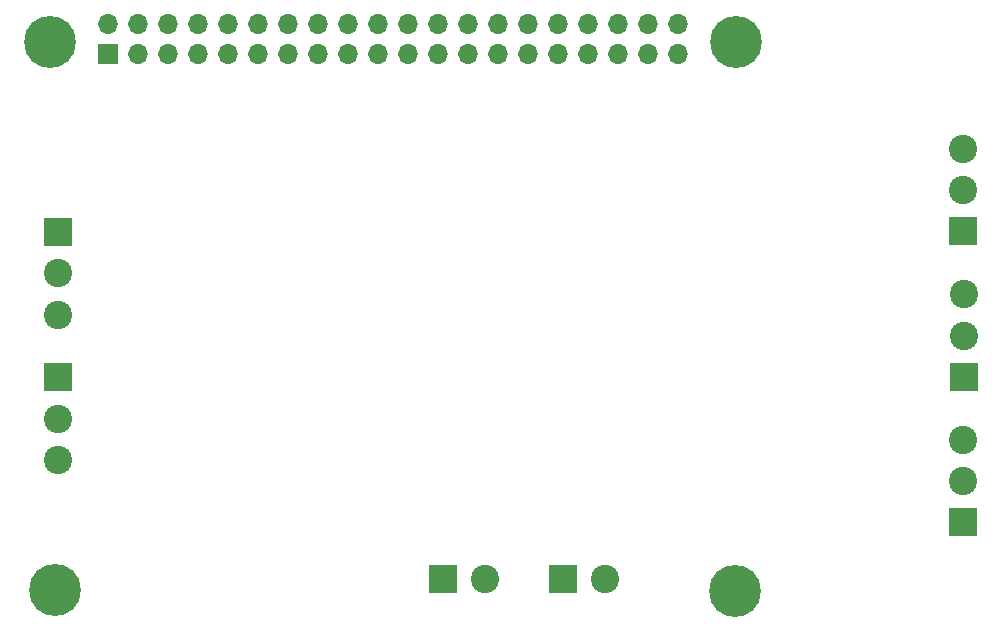
<source format=gbr>
G04 #@! TF.GenerationSoftware,KiCad,Pcbnew,(5.1.9)-1*
G04 #@! TF.CreationDate,2021-06-05T11:28:23-05:00*
G04 #@! TF.ProjectId,RASPBERRY 4 PI HAT,52415350-4245-4525-9259-203420504920,rev?*
G04 #@! TF.SameCoordinates,Original*
G04 #@! TF.FileFunction,Soldermask,Bot*
G04 #@! TF.FilePolarity,Negative*
%FSLAX46Y46*%
G04 Gerber Fmt 4.6, Leading zero omitted, Abs format (unit mm)*
G04 Created by KiCad (PCBNEW (5.1.9)-1) date 2021-06-05 11:28:23*
%MOMM*%
%LPD*%
G01*
G04 APERTURE LIST*
%ADD10C,2.400000*%
%ADD11R,2.400000X2.400000*%
%ADD12O,1.700000X1.700000*%
%ADD13R,1.700000X1.700000*%
%ADD14C,0.700000*%
%ADD15C,4.400000*%
G04 APERTURE END LIST*
D10*
X187560000Y-97280000D03*
X187560000Y-100780000D03*
D11*
X187560000Y-104280000D03*
D12*
X163390000Y-74430000D03*
X163390000Y-76970000D03*
X160850000Y-74430000D03*
X160850000Y-76970000D03*
X158310000Y-74430000D03*
X158310000Y-76970000D03*
X155770000Y-74430000D03*
X155770000Y-76970000D03*
X153230000Y-74430000D03*
X153230000Y-76970000D03*
X150690000Y-74430000D03*
X150690000Y-76970000D03*
X148150000Y-74430000D03*
X148150000Y-76970000D03*
X145610000Y-74430000D03*
X145610000Y-76970000D03*
X143070000Y-74430000D03*
X143070000Y-76970000D03*
X140530000Y-74430000D03*
X140530000Y-76970000D03*
X137990000Y-74430000D03*
X137990000Y-76970000D03*
X135450000Y-74430000D03*
X135450000Y-76970000D03*
X132910000Y-74430000D03*
X132910000Y-76970000D03*
X130370000Y-74430000D03*
X130370000Y-76970000D03*
X127830000Y-74430000D03*
X127830000Y-76970000D03*
X125290000Y-74430000D03*
X125290000Y-76970000D03*
X122750000Y-74430000D03*
X122750000Y-76970000D03*
X120210000Y-74430000D03*
X120210000Y-76970000D03*
X117670000Y-74430000D03*
X117670000Y-76970000D03*
X115130000Y-74430000D03*
D13*
X115130000Y-76970000D03*
D14*
X111802726Y-121157274D03*
X110636000Y-120674000D03*
X109469274Y-121157274D03*
X108986000Y-122324000D03*
X109469274Y-123490726D03*
X110636000Y-123974000D03*
X111802726Y-123490726D03*
X112286000Y-122324000D03*
D15*
X110636000Y-122324000D03*
D14*
X169350726Y-121227274D03*
X168184000Y-120744000D03*
X167017274Y-121227274D03*
X166534000Y-122394000D03*
X167017274Y-123560726D03*
X168184000Y-124044000D03*
X169350726Y-123560726D03*
X169834000Y-122394000D03*
D15*
X168184000Y-122394000D03*
D14*
X169470000Y-74756548D03*
X168303274Y-74273274D03*
X167136548Y-74756548D03*
X166653274Y-75923274D03*
X167136548Y-77090000D03*
X168303274Y-77573274D03*
X169470000Y-77090000D03*
X169953274Y-75923274D03*
D15*
X168303274Y-75923274D03*
D14*
X111366726Y-74713274D03*
X110200000Y-74230000D03*
X109033274Y-74713274D03*
X108550000Y-75880000D03*
X109033274Y-77046726D03*
X110200000Y-77530000D03*
X111366726Y-77046726D03*
X111850000Y-75880000D03*
D15*
X110200000Y-75880000D03*
D11*
X153670000Y-121412000D03*
D10*
X157170000Y-121412000D03*
D11*
X143510000Y-121412000D03*
D10*
X147010000Y-121412000D03*
D11*
X187490000Y-91950000D03*
D10*
X187490000Y-88450000D03*
X187490000Y-84950000D03*
D11*
X187550000Y-116580000D03*
D10*
X187550000Y-113080000D03*
X187550000Y-109580000D03*
X110900000Y-99010000D03*
X110900000Y-95510000D03*
D11*
X110900000Y-92010000D03*
X110890000Y-104310000D03*
D10*
X110890000Y-107810000D03*
X110890000Y-111310000D03*
M02*

</source>
